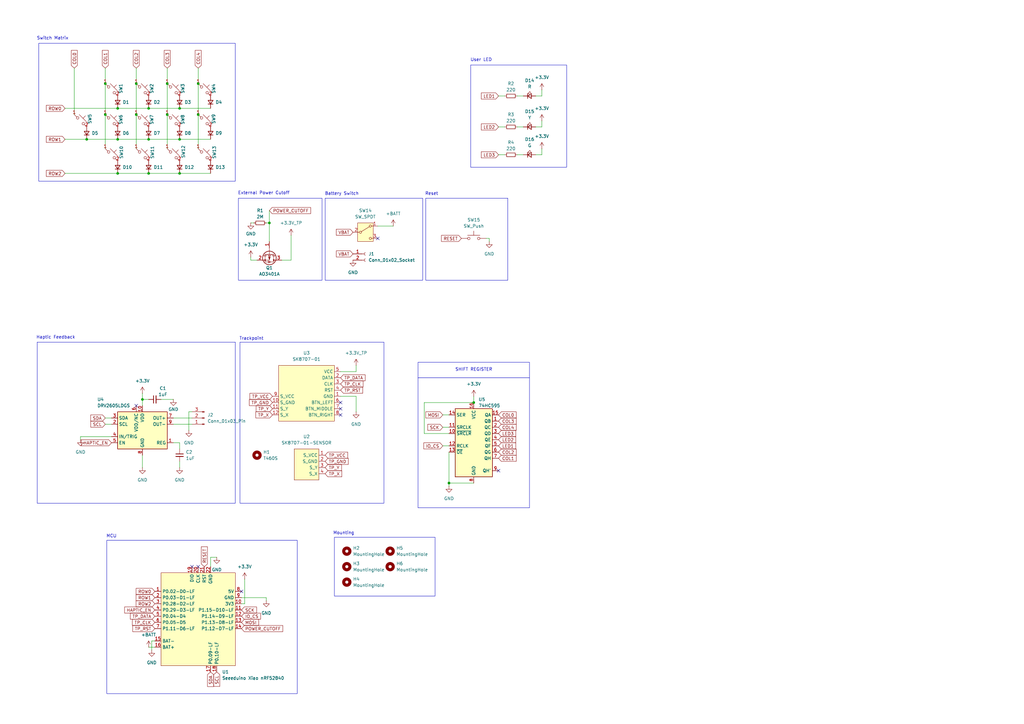
<source format=kicad_sch>
(kicad_sch (version 20231120) (generator "eeschema") (generator_version "8.0")
  (paper "A3")
  (lib_symbols
    (symbol "74xx:74HC595"
      (property "Reference" "U" (at -7.62 13.97 0))
      (property "Value" "74HC595" (at -7.62 -16.51 0))
      (symbol "74HC595_1_0"
        (pin tri_state line (at 10.16 7.62 180) (length 2.54) (name "QB") (number "1"))
        (pin input line (at -10.16 2.54 0) (length 2.54) (name "~{SRCLR}") (number "10"))
        (pin input line (at -10.16 5.08 0) (length 2.54) (name "SRCLK") (number "11"))
        (pin input line (at -10.16 -2.54 0) (length 2.54) (name "RCLK") (number "12"))
        (pin input line (at -10.16 -5.08 0) (length 2.54) (name "~{OE}") (number "13"))
        (pin input line (at -10.16 10.16 0) (length 2.54) (name "SER") (number "14"))
        (pin tri_state line (at 10.16 10.16 180) (length 2.54) (name "QA") (number "15"))
        (pin power_in line (at 0 15.24 270) (length 2.54) (name "VCC") (number "16"))
        (pin tri_state line (at 10.16 5.08 180) (length 2.54) (name "QC") (number "2"))
        (pin tri_state line (at 10.16 2.54 180) (length 2.54) (name "QD") (number "3"))
        (pin tri_state line (at 10.16 0 180) (length 2.54) (name "QE") (number "4"))
        (pin tri_state line (at 10.16 -2.54 180) (length 2.54) (name "QF") (number "5"))
        (pin tri_state line (at 10.16 -5.08 180) (length 2.54) (name "QG") (number "6"))
        (pin tri_state line (at 10.16 -7.62 180) (length 2.54) (name "QH") (number "7"))
        (pin power_in line (at 0 -17.78 90) (length 2.54) (name "GND") (number "8"))
        (pin output line (at 10.16 -12.7 180) (length 2.54) (name "QH'") (number "9"))
      )
    )
    (symbol "Connector:Conn_01x02_Socket" (pin_names (offset 1.016) hide)
      (property "Reference" "J" (at 0 2.54 0))
      (property "Value" "Conn_01x02_Socket" (at 0 -5.08 0))
      (symbol "Conn_01x02_Socket_1_1"
        (pin passive line (at -5.08 0 0) (length 3.81) (name "Pin_1") (number "1"))
        (pin passive line (at -5.08 -2.54 0) (length 3.81) (name "Pin_2") (number "2"))
      )
    )
    (symbol "Connector:Conn_01x03_Pin" (pin_names (offset 1.016) hide)
      (property "Reference" "J" (at 0 5.08 0))
      (property "Value" "Conn_01x03_Pin" (at 0 -5.08 0))
      (symbol "Conn_01x03_Pin_1_1"
        (pin passive line (at 5.08 2.54 180) (length 3.81) (name "Pin_1") (number "1"))
        (pin passive line (at 5.08 0 180) (length 3.81) (name "Pin_2") (number "2"))
        (pin passive line (at 5.08 -2.54 180) (length 3.81) (name "Pin_3") (number "3"))
      )
    )
    (symbol "Device:C_Small" (pin_numbers hide) (pin_names (offset 0.254) hide)
      (property "Reference" "C" (at 0.254 1.778 0))
      (property "Value" "C_Small" (at 0.254 -2.032 0))
      (symbol "C_Small_1_1"
        (pin passive line (at 0 2.54 270) (length 2.032) (name "~") (number "1"))
        (pin passive line (at 0 -2.54 90) (length 2.032) (name "~") (number "2"))
      )
    )
    (symbol "Device:D_Small" (pin_numbers hide) (pin_names (offset 0.254) hide)
      (property "Reference" "D" (at -1.27 2.032 0))
      (property "Value" "D_Small" (at -3.81 -2.032 0))
      (symbol "D_Small_1_1"
        (pin passive line (at -2.54 0 0) (length 1.778) (name "K") (number "1"))
        (pin passive line (at 2.54 0 180) (length 1.778) (name "A") (number "2"))
      )
    )
    (symbol "Device:LED_Small" (pin_numbers hide) (pin_names (offset 0.254) hide)
      (property "Reference" "D" (at -1.27 3.175 0))
      (property "Value" "LED_Small" (at -4.445 -2.54 0))
      (symbol "LED_Small_1_1"
        (pin passive line (at -2.54 0 0) (length 1.778) (name "K") (number "1"))
        (pin passive line (at 2.54 0 180) (length 1.778) (name "A") (number "2"))
      )
    )
    (symbol "Device:R_Small" (pin_numbers hide) (pin_names (offset 0.254) hide)
      (property "Reference" "R" (at 0.762 0.508 0))
      (property "Value" "R_Small" (at 0.762 -1.016 0))
      (symbol "R_Small_1_1"
        (pin passive line (at 0 2.54 270) (length 0.762) (name "~") (number "1"))
        (pin passive line (at 0 -2.54 90) (length 0.762) (name "~") (number "2"))
      )
    )
    (symbol "Driver_Haptic:DRV2605LDGS"
      (property "Reference" "U" (at -10.16 8.255 0))
      (property "Value" "DRV2605LDGS" (at 2.54 -8.89 0))
      (symbol "DRV2605LDGS_1_1"
        (pin passive line (at 12.7 -5.08 180) (length 2.54) (name "REG") (number "1"))
        (pin power_in line (at 0 10.16 270) (length 2.54) (name "VDD") (number "10"))
        (pin input line (at -12.7 2.54 0) (length 2.54) (name "SCL") (number "2"))
        (pin bidirectional line (at -12.7 5.08 0) (length 2.54) (name "SDA") (number "3"))
        (pin input line (at -12.7 -2.54 0) (length 2.54) (name "IN/TRIG") (number "4"))
        (pin input line (at -12.7 -5.08 0) (length 2.54) (name "EN") (number "5"))
        (pin power_in line (at -2.54 10.16 270) (length 2.54) (name "VDD/NC") (number "6"))
        (pin output line (at 12.7 5.08 180) (length 2.54) (name "OUT+") (number "7"))
        (pin power_in line (at 0 -10.16 90) (length 2.54) (name "GND") (number "8"))
        (pin output line (at 12.7 2.54 180) (length 2.54) (name "OUT-") (number "9"))
      )
    )
    (symbol "Mechanical:MountingHole" (pin_names (offset 1.016)) (exclude_from_sim yes) (in_bom no)
      (property "Reference" "H" (at 0 5.08 0))
      (property "Value" "MountingHole" (at 0 3.175 0))
    )
    (symbol "SW_Push_45deg_1" (pin_names (offset 1.016) hide)
      (property "Reference" "SW" (at 3.048 1.016 0))
      (property "Value" "SW_Push_45deg" (at 0 -3.81 0))
      (symbol "SW_Push_45deg_1_0_1"
        (pin passive line (at -2.54 2.54 0) (length 0) (name "1") (number "1"))
        (pin passive line (at 2.54 -2.54 180) (length 0) (name "2") (number "2"))
      )
    )
    (symbol "SW_Push_45deg_10" (pin_names (offset 1.016) hide)
      (property "Reference" "SW" (at 3.048 1.016 0))
      (property "Value" "SW_Push_45deg" (at 0 -3.81 0))
      (symbol "SW_Push_45deg_10_0_1"
        (pin passive line (at -2.54 2.54 0) (length 0) (name "1") (number "1"))
        (pin passive line (at 2.54 -2.54 180) (length 0) (name "2") (number "2"))
      )
    )
    (symbol "SW_Push_45deg_11" (pin_names (offset 1.016) hide)
      (property "Reference" "SW" (at 3.048 1.016 0))
      (property "Value" "SW_Push_45deg" (at 0 -3.81 0))
      (symbol "SW_Push_45deg_11_0_1"
        (pin passive line (at -2.54 2.54 0) (length 0) (name "1") (number "1"))
        (pin passive line (at 2.54 -2.54 180) (length 0) (name "2") (number "2"))
      )
    )
    (symbol "SW_Push_45deg_12" (pin_names (offset 1.016) hide)
      (property "Reference" "SW" (at 3.048 1.016 0))
      (property "Value" "SW_Push_45deg" (at 0 -3.81 0))
      (symbol "SW_Push_45deg_12_0_1"
        (pin passive line (at -2.54 2.54 0) (length 0) (name "1") (number "1"))
        (pin passive line (at 2.54 -2.54 180) (length 0) (name "2") (number "2"))
      )
    )
    (symbol "SW_Push_45deg_2" (pin_names (offset 1.016) hide)
      (property "Reference" "SW" (at 3.048 1.016 0))
      (property "Value" "SW_Push_45deg" (at 0 -3.81 0))
      (symbol "SW_Push_45deg_2_0_1"
        (pin passive line (at -2.54 2.54 0) (length 0) (name "1") (number "1"))
        (pin passive line (at 2.54 -2.54 180) (length 0) (name "2") (number "2"))
      )
    )
    (symbol "SW_Push_45deg_3" (pin_names (offset 1.016) hide)
      (property "Reference" "SW" (at 3.048 1.016 0))
      (property "Value" "SW_Push_45deg" (at 0 -3.81 0))
      (symbol "SW_Push_45deg_3_0_1"
        (pin passive line (at -2.54 2.54 0) (length 0) (name "1") (number "1"))
        (pin passive line (at 2.54 -2.54 180) (length 0) (name "2") (number "2"))
      )
    )
    (symbol "SW_Push_45deg_4" (pin_names (offset 1.016) hide)
      (property "Reference" "SW" (at 3.048 1.016 0))
      (property "Value" "SW_Push_45deg" (at 0 -3.81 0))
      (symbol "SW_Push_45deg_4_0_1"
        (pin passive line (at -2.54 2.54 0) (length 0) (name "1") (number "1"))
        (pin passive line (at 2.54 -2.54 180) (length 0) (name "2") (number "2"))
      )
    )
    (symbol "SW_Push_45deg_5" (pin_names (offset 1.016) hide)
      (property "Reference" "SW" (at 3.048 1.016 0))
      (property "Value" "SW_Push_45deg" (at 0 -3.81 0))
      (symbol "SW_Push_45deg_5_0_1"
        (pin passive line (at -2.54 2.54 0) (length 0) (name "1") (number "1"))
        (pin passive line (at 2.54 -2.54 180) (length 0) (name "2") (number "2"))
      )
    )
    (symbol "SW_Push_45deg_6" (pin_names (offset 1.016) hide)
      (property "Reference" "SW" (at 3.048 1.016 0))
      (property "Value" "SW_Push_45deg" (at 0 -3.81 0))
      (symbol "SW_Push_45deg_6_0_1"
        (pin passive line (at -2.54 2.54 0) (length 0) (name "1") (number "1"))
        (pin passive line (at 2.54 -2.54 180) (length 0) (name "2") (number "2"))
      )
    )
    (symbol "SW_Push_45deg_7" (pin_names (offset 1.016) hide)
      (property "Reference" "SW" (at 3.048 1.016 0))
      (property "Value" "SW_Push_45deg" (at 0 -3.81 0))
      (symbol "SW_Push_45deg_7_0_1"
        (pin passive line (at -2.54 2.54 0) (length 0) (name "1") (number "1"))
        (pin passive line (at 2.54 -2.54 180) (length 0) (name "2") (number "2"))
      )
    )
    (symbol "SW_Push_45deg_8" (pin_names (offset 1.016) hide)
      (property "Reference" "SW" (at 3.048 1.016 0))
      (property "Value" "SW_Push_45deg" (at 0 -3.81 0))
      (symbol "SW_Push_45deg_8_0_1"
        (pin passive line (at -2.54 2.54 0) (length 0) (name "1") (number "1"))
        (pin passive line (at 2.54 -2.54 180) (length 0) (name "2") (number "2"))
      )
    )
    (symbol "SW_Push_45deg_9" (pin_names (offset 1.016) hide)
      (property "Reference" "SW" (at 3.048 1.016 0))
      (property "Value" "SW_Push_45deg" (at 0 -3.81 0))
      (symbol "SW_Push_45deg_9_0_1"
        (pin passive line (at -2.54 2.54 0) (length 0) (name "1") (number "1"))
        (pin passive line (at 2.54 -2.54 180) (length 0) (name "2") (number "2"))
      )
    )
    (symbol "Switch:SW_Push" (pin_numbers hide) (pin_names (offset 1.016) hide)
      (property "Reference" "SW" (at 1.27 2.54 0))
      (property "Value" "SW_Push" (at 0 -1.524 0))
      (symbol "SW_Push_0_1"
        (pin passive line (at -5.08 0 0) (length 2.54) (name "1") (number "1"))
        (pin passive line (at 5.08 0 180) (length 2.54) (name "2") (number "2"))
      )
    )
    (symbol "Switch:SW_Push_45deg" (pin_names (offset 1.016) hide)
      (property "Reference" "SW" (at 3.048 1.016 0))
      (property "Value" "SW_Push_45deg" (at 0 -3.81 0))
      (symbol "SW_Push_45deg_0_1"
        (pin passive line (at -2.54 2.54 0) (length 0) (name "1") (number "1"))
        (pin passive line (at 2.54 -2.54 180) (length 0) (name "2") (number "2"))
      )
    )
    (symbol "Switch:SW_SPDT" (pin_names (offset 0) hide)
      (property "Reference" "SW" (at 0 5.08 0))
      (property "Value" "SW_SPDT" (at 0 -5.08 0))
      (symbol "SW_SPDT_1_1"
        (pin passive line (at 5.08 2.54 180) (length 2.54) (name "A") (number "1"))
        (pin passive line (at -5.08 0 0) (length 2.54) (name "B") (number "2"))
        (pin passive line (at 5.08 -2.54 180) (length 2.54) (name "C") (number "3"))
      )
    )
    (symbol "Transistor_FET:AO3401A" (pin_names hide)
      (property "Reference" "Q" (at 5.08 1.905 0))
      (property "Value" "AO3401A" (at 5.08 0 0))
      (symbol "AO3401A_1_1"
        (pin input line (at -5.08 0 0) (length 2.54) (name "G") (number "1"))
        (pin passive line (at 2.54 -5.08 90) (length 2.54) (name "S") (number "2"))
        (pin passive line (at 2.54 5.08 270) (length 2.54) (name "D") (number "3"))
      )
    )
    (symbol "pipra:+3.3V_TP" (power) (pin_numbers hide) (pin_names (offset 0) hide)
      (property "Value" "+3.3V_TP" (at 0 3.556 0))
      (symbol "+3.3V_TP_1_1"
        (pin power_in line (at 0 0 90) (length 0) (name "~") (number "1"))
      )
    )
    (symbol "power:+3.3V" (power) (pin_numbers hide) (pin_names (offset 0) hide)
      (property "Value" "+3.3V" (at 0 3.556 0))
      (symbol "+3.3V_1_1"
        (pin power_in line (at 0 0 90) (length 0) (name "~") (number "1"))
      )
    )
    (symbol "power:+BATT" (power) (pin_numbers hide) (pin_names (offset 0) hide)
      (property "Value" "+BATT" (at 0 3.556 0))
      (symbol "+BATT_1_1"
        (pin power_in line (at 0 0 90) (length 0) (name "~") (number "1"))
      )
    )
    (symbol "power:GND" (power) (pin_numbers hide) (pin_names (offset 0) hide)
      (property "Value" "GND" (at 0 -3.81 0))
      (symbol "GND_1_1"
        (pin power_in line (at 0 0 270) (length 0) (name "~") (number "1"))
      )
    )
    (symbol "ssbb_parts:Seeeduino_Xiao_nRF52840" (in_bom no)
      (property "Reference" "U" (at -10.16 -12.7 0))
      (property "Value" "Seeeduino Xiao nRF52840" (at -10.16 -15.24 0))
      (symbol "Seeeduino_Xiao_nRF52840_1_0"
        (pin bidirectional line (at -17.78 13.97 0) (length 2.54) (name "P0.02-D0-LF") (number "1"))
        (pin power_out line (at 17.78 8.89 180) (length 2.54) (name "3V3") (number "10"))
        (pin bidirectional line (at 17.78 6.35 180) (length 2.54) (name "P1.15-D10-LF") (number "11"))
        (pin bidirectional line (at 17.78 3.81 180) (length 2.54) (name "P1.14-D9-LF") (number "12"))
        (pin bidirectional line (at 17.78 1.27 180) (length 2.54) (name "P1.13-D8-LF") (number "13"))
        (pin bidirectional line (at 17.78 -1.27 180) (length 2.54) (name "P1.12-D7-LF") (number "14"))
        (pin power_in line (at -17.78 -6.35 0) (length 2.54) (name "BAT-") (number "15"))
        (pin power_in line (at -17.78 -8.89 0) (length 2.54) (name "BAT+") (number "16"))
        (pin bidirectional line (at 5.08 -19.05 90) (length 2.54) (name "P0.09-LF") (number "17"))
        (pin bidirectional line (at 7.62 -19.05 90) (length 2.54) (name "P0.10-LF") (number "18"))
        (pin bidirectional line (at -2.54 24.13 270) (length 2.54) (name "DIO") (number "19"))
        (pin bidirectional line (at -17.78 11.43 0) (length 2.54) (name "P0.03-D1-LF") (number "2"))
        (pin bidirectional line (at 0 24.13 270) (length 2.54) (name "CLK") (number "20"))
        (pin bidirectional line (at 2.54 24.13 270) (length 2.54) (name "RST") (number "21"))
        (pin power_out line (at 5.08 24.13 270) (length 2.54) (name "GND") (number "22"))
        (pin bidirectional line (at -17.78 8.89 0) (length 2.54) (name "P0.28-D2-LF") (number "3"))
        (pin bidirectional line (at -17.78 6.35 0) (length 2.54) (name "P0.29-D3-LF") (number "4"))
        (pin bidirectional line (at -17.78 3.81 0) (length 2.54) (name "P0.04-D4") (number "5"))
        (pin bidirectional line (at -17.78 1.27 0) (length 2.54) (name "P0.05-D5") (number "6"))
        (pin bidirectional line (at -17.78 -1.27 0) (length 2.54) (name "P1.11-D6-LF") (number "7"))
        (pin power_out line (at 17.78 13.97 180) (length 2.54) (name "5V") (number "8"))
        (pin power_out line (at 17.78 11.43 180) (length 2.54) (name "GND") (number "9"))
      )
    )
    (symbol "ssbb_parts:TP_Sprintek_SK8707-01_Sensor"
      (property "Reference" "U2" (at 0 11.43 0))
      (property "Value" "TP_Sprintek_SK8707-01_Sensor" (at 0 8.89 0))
      (symbol "TP_Sprintek_SK8707-01_Sensor_1_1"
        (pin bidirectional line (at 7.62 3.81 180) (length 2.54) (name "S_VCC") (number "1"))
        (pin bidirectional line (at 7.62 1.27 180) (length 2.54) (name "S_GND") (number "2"))
        (pin bidirectional line (at 7.62 -1.27 180) (length 2.54) (name "S_Y") (number "3"))
        (pin bidirectional line (at 7.62 -3.81 180) (length 2.54) (name "S_X") (number "4"))
      )
    )
    (symbol "ssbb_parts:TP_Sprintek_SK8707–01"
      (property "Reference" "U3" (at 0 16.51 0))
      (property "Value" "SK8707-01" (at 0 13.97 0))
      (symbol "TP_Sprintek_SK8707–01_1_1"
        (pin power_in line (at 13.97 -1.27 180) (length 2.54) (name "GND") (number "1"))
        (pin bidirectional line (at -13.97 -3.81 0) (length 2.54) (name "S_GND") (number "10"))
        (pin bidirectional line (at -13.97 -6.35 0) (length 2.54) (name "S_Y") (number "11"))
        (pin bidirectional line (at -13.97 -8.89 0) (length 2.54) (name "S_X") (number "12"))
        (pin bidirectional line (at 13.97 6.35 180) (length 2.54) (name "DATA") (number "2"))
        (pin bidirectional line (at 13.97 3.81 180) (length 2.54) (name "CLK") (number "3"))
        (pin input line (at 13.97 1.27 180) (length 2.54) (name "RST") (number "4"))
        (pin power_in line (at 13.97 8.89 180) (length 2.54) (name "VCC") (number "5"))
        (pin bidirectional line (at 13.97 -3.81 180) (length 2.54) (name "BTN_LEFT") (number "6"))
        (pin bidirectional line (at 13.97 -6.35 180) (length 2.54) (name "BTN_MIDDLE") (number "7"))
        (pin bidirectional line (at 13.97 -8.89 180) (length 2.54) (name "BTN_RIGHT") (number "8"))
        (pin bidirectional line (at -13.97 -1.27 0) (length 2.54) (name "S_VCC") (number "9"))
      )
    )
  )
  (junction (at 55.88 46.99))
  (junction (at 73.66 57.15))
  (junction (at 43.18 34.29))
  (junction (at 60.96 57.15))
  (junction (at 58.42 163.83))
  (junction (at 48.26 57.15))
  (junction (at 35.56 57.15))
  (junction (at 184.15 198.12))
  (junction (at 68.58 34.29))
  (junction (at 60.96 71.12))
  (junction (at 81.28 34.29))
  (junction (at 60.96 44.45))
  (junction (at 81.28 46.99))
  (junction (at 48.26 71.12))
  (junction (at 73.66 71.12))
  (junction (at 73.66 44.45))
  (junction (at 194.31 165.1))
  (junction (at 68.58 46.99))
  (junction (at 43.18 46.99))
  (junction (at 110.49 91.44))
  (junction (at 55.88 34.29))
  (junction (at 48.26 44.45))
  (no_connect (at 55.88 166.37))
  (no_connect (at 139.7 167.64))
  (no_connect (at 139.7 165.1))
  (no_connect (at 99.06 242.57))
  (no_connect (at 154.94 97.79))
  (no_connect (at 81.28 232.41))
  (no_connect (at 78.74 232.41))
  (no_connect (at 204.47 193.04))
  (no_connect (at 139.7 170.18))
  (wire (pts (xy 146.05 162.56) (xy 146.05 168.91)))
  (wire (pts (xy 60.96 71.12) (xy 73.66 71.12)))
  (wire (pts (xy 68.58 46.99) (xy 68.58 60.96)))
  (wire (pts (xy 139.7 152.4) (xy 146.05 152.4)))
  (wire (pts (xy 35.56 57.15) (xy 48.26 57.15)))
  (wire (pts (xy 43.18 173.99) (xy 45.72 173.99)))
  (wire (pts (xy 214.63 63.5) (xy 212.09 63.5)))
  (wire (pts (xy 48.26 71.12) (xy 60.96 71.12)))
  (wire (pts (xy 81.28 46.99) (xy 81.28 60.96)))
  (wire (pts (xy 184.15 185.42) (xy 184.15 198.12)))
  (wire (pts (xy 43.18 34.29) (xy 43.18 46.99)))
  (wire (pts (xy 199.39 97.79) (xy 200.66 97.79)))
  (wire (pts (xy 115.57 106.68) (xy 119.38 106.68)))
  (wire (pts (xy 173.99 177.8) (xy 173.99 165.1)))
  (wire (pts (xy 184.15 177.8) (xy 173.99 177.8)))
  (wire (pts (xy 71.12 181.61) (xy 73.66 181.61)))
  (wire (pts (xy 204.47 63.5) (xy 207.01 63.5)))
  (wire (pts (xy 73.66 44.45) (xy 86.36 44.45)))
  (wire (pts (xy 219.71 39.37) (xy 222.25 39.37)))
  (wire (pts (xy 73.66 57.15) (xy 86.36 57.15)))
  (wire (pts (xy 181.61 175.26) (xy 184.15 175.26)))
  (wire (pts (xy 58.42 186.69) (xy 58.42 191.77)))
  (wire (pts (xy 60.96 44.45) (xy 73.66 44.45)))
  (wire (pts (xy 102.87 105.41) (xy 102.87 106.68)))
  (wire (pts (xy 222.25 49.53) (xy 222.25 52.07)))
  (wire (pts (xy 81.28 27.94) (xy 81.28 34.29)))
  (wire (pts (xy 71.12 171.45) (xy 78.74 171.45)))
  (wire (pts (xy 222.25 60.96) (xy 222.25 63.5)))
  (wire (pts (xy 204.47 52.07) (xy 207.01 52.07)))
  (wire (pts (xy 62.23 262.89) (xy 62.23 266.7)))
  (wire (pts (xy 26.67 57.15) (xy 35.56 57.15)))
  (wire (pts (xy 71.12 173.99) (xy 78.74 173.99)))
  (wire (pts (xy 60.96 265.43) (xy 63.5 265.43)))
  (wire (pts (xy 109.22 91.44) (xy 110.49 91.44)))
  (wire (pts (xy 26.67 44.45) (xy 48.26 44.45)))
  (wire (pts (xy 78.74 168.91) (xy 77.47 168.91)))
  (wire (pts (xy 184.15 198.12) (xy 194.31 198.12)))
  (wire (pts (xy 58.42 161.29) (xy 58.42 163.83)))
  (wire (pts (xy 86.36 228.6) (xy 88.9 228.6)))
  (wire (pts (xy 146.05 149.86) (xy 146.05 152.4)))
  (wire (pts (xy 33.02 180.34) (xy 33.02 179.07)))
  (wire (pts (xy 181.61 170.18) (xy 184.15 170.18)))
  (wire (pts (xy 81.28 34.29) (xy 81.28 46.99)))
  (wire (pts (xy 100.33 237.49) (xy 100.33 247.65)))
  (wire (pts (xy 139.7 162.56) (xy 146.05 162.56)))
  (wire (pts (xy 43.18 27.94) (xy 43.18 34.29)))
  (wire (pts (xy 154.94 92.71) (xy 161.29 92.71)))
  (wire (pts (xy 200.66 97.79) (xy 200.66 99.06)))
  (wire (pts (xy 55.88 34.29) (xy 55.88 46.99)))
  (wire (pts (xy 222.25 36.83) (xy 222.25 39.37)))
  (wire (pts (xy 86.36 228.6) (xy 86.36 232.41)))
  (wire (pts (xy 73.66 191.77) (xy 73.66 189.23)))
  (wire (pts (xy 58.42 163.83) (xy 60.96 163.83)))
  (wire (pts (xy 68.58 27.94) (xy 68.58 34.29)))
  (wire (pts (xy 62.23 262.89) (xy 63.5 262.89)))
  (wire (pts (xy 73.66 181.61) (xy 73.66 184.15)))
  (wire (pts (xy 60.96 57.15) (xy 73.66 57.15)))
  (wire (pts (xy 109.22 245.11) (xy 109.22 246.38)))
  (wire (pts (xy 110.49 91.44) (xy 110.49 99.06)))
  (wire (pts (xy 33.02 179.07) (xy 45.72 179.07)))
  (wire (pts (xy 66.04 163.83) (xy 71.12 163.83)))
  (wire (pts (xy 181.61 182.88) (xy 184.15 182.88)))
  (wire (pts (xy 55.88 46.99) (xy 55.88 60.96)))
  (wire (pts (xy 55.88 27.94) (xy 55.88 34.29)))
  (wire (pts (xy 58.42 163.83) (xy 58.42 166.37)))
  (wire (pts (xy 214.63 39.37) (xy 212.09 39.37)))
  (wire (pts (xy 173.99 165.1) (xy 194.31 165.1)))
  (wire (pts (xy 102.87 106.68) (xy 105.41 106.68)))
  (wire (pts (xy 43.18 46.99) (xy 43.18 60.96)))
  (wire (pts (xy 48.26 57.15) (xy 60.96 57.15)))
  (wire (pts (xy 194.31 162.56) (xy 194.31 165.1)))
  (wire (pts (xy 102.87 91.44) (xy 104.14 91.44)))
  (wire (pts (xy 48.26 44.45) (xy 60.96 44.45)))
  (wire (pts (xy 99.06 247.65) (xy 100.33 247.65)))
  (wire (pts (xy 99.06 245.11) (xy 109.22 245.11)))
  (wire (pts (xy 219.71 63.5) (xy 222.25 63.5)))
  (wire (pts (xy 119.38 96.52) (xy 119.38 106.68)))
  (wire (pts (xy 73.66 71.12) (xy 86.36 71.12)))
  (wire (pts (xy 77.47 168.91) (xy 77.47 176.53)))
  (wire (pts (xy 204.47 39.37) (xy 207.01 39.37)))
  (wire (pts (xy 184.15 199.39) (xy 184.15 198.12)))
  (wire (pts (xy 219.71 52.07) (xy 222.25 52.07)))
  (wire (pts (xy 26.67 71.12) (xy 48.26 71.12)))
  (wire (pts (xy 214.63 52.07) (xy 212.09 52.07)))
  (wire (pts (xy 68.58 34.29) (xy 68.58 46.99)))
  (wire (pts (xy 30.48 27.94) (xy 30.48 46.99)))
  (wire (pts (xy 110.49 86.36) (xy 110.49 91.44)))
  (wire (pts (xy 43.18 171.45) (xy 45.72 171.45)))
  (rectangle (start 98.425 140.335) (end 157.48 206.375))
  (rectangle (start 97.79 81.28) (end 132.08 114.935))
  (rectangle (start 171.45 148.59) (end 217.17 208.28))
  (rectangle (start 137.16 220.345) (end 178.435 244.475))
  (rectangle (start 43.815 221.615) (end 121.92 284.48))
  (rectangle (start 133.35 81.28) (end 173.355 114.935))
  (rectangle (start 15.24 140.335) (end 96.52 206.375))
  (rectangle (start 15.875 17.78) (end 96.52 74.295))
  (rectangle (start 193.04 26.67) (end 232.41 68.58))
  (rectangle (start 174.625 81.28) (end 208.28 114.935))
  (rectangle (start 171.45 154.94) (end 217.17 154.94))
  (text "Trackpoint" (at 103.124 138.938 0) (effects (font (size 1.27 1.27))))
  (text "Battery Switch" (at 140.208 79.502 0) (effects (font (size 1.27 1.27))))
  (text "Haptic Feedback" (at 22.86 138.43 0) (effects (font (size 1.27 1.27))))
  (text "Reset" (at 177.038 79.502 0) (effects (font (size 1.27 1.27))))
  (text "SHIFT REGISTER" (at 186.69 152.4 0) (effects (font (size 1.27 1.27)) (justify left bottom)))
  (text "MCU" (at 45.72 219.964 0) (effects (font (size 1.27 1.27))))
  (text "Switch Matrix" (at 21.59 15.748 0) (effects (font (size 1.27 1.27))))
  (text "User LED" (at 197.358 24.638 0) (effects (font (size 1.27 1.27))))
  (text "Mounting" (at 140.97 218.694 0) (effects (font (size 1.27 1.27))))
  (text "External Power Cutoff" (at 108.204 79.248 0) (effects (font (size 1.27 1.27))))
  (global_label "COL3" (shape input) (at 204.47 172.72 0) (property "Intersheetrefs" "${INTERSHEET_REFS}" (effects (hide yes))))
  (global_label "LED2" (shape input) (at 204.47 180.34 0) (property "Intersheetrefs" "${INTERSHEET_REFS}" (effects (hide yes))))
  (global_label "TP_RST" (shape input) (at 139.7 160.02 0) (property "Intersheetrefs" "${INTERSHEET_REFS}" (effects (hide yes))))
  (global_label "TP_Y" (shape input) (at 133.35 191.77 0) (property "Intersheetrefs" "${INTERSHEET_REFS}" (effects (hide yes))))
  (global_label "IO_CS" (shape input) (at 181.61 182.88 180) (property "Intersheetrefs" "${INTERSHEET_REFS}" (effects (hide yes))))
  (global_label "TP_GND" (shape input) (at 111.76 165.1 180) (property "Intersheetrefs" "${INTERSHEET_REFS}" (effects (hide yes))))
  (global_label "TP_DATA" (shape input) (at 139.7 154.94 0) (property "Intersheetrefs" "${INTERSHEET_REFS}" (effects (hide yes))))
  (global_label "SCK" (shape input) (at 99.06 250.19 0) (property "Intersheetrefs" "${INTERSHEET_REFS}" (effects (hide yes))))
  (global_label "RESET" (shape input) (at 189.23 97.79 180) (property "Intersheetrefs" "${INTERSHEET_REFS}" (effects (hide yes))))
  (global_label "VBAT" (shape input) (at 144.78 104.14 180) (property "Intersheetrefs" "${INTERSHEET_REFS}" (effects (hide yes))))
  (global_label "ROW1" (shape input) (at 63.5 245.11 180) (property "Intersheetrefs" "${INTERSHEET_REFS}" (effects (hide yes))))
  (global_label "TP_CLK" (shape input) (at 63.5 255.27 180) (property "Intersheetrefs" "${INTERSHEET_REFS}" (effects (hide yes))))
  (global_label "COL2" (shape input) (at 204.47 185.42 0) (property "Intersheetrefs" "${INTERSHEET_REFS}" (effects (hide yes))))
  (global_label "SDA" (shape input) (at 86.36 275.59 270) (property "Intersheetrefs" "${INTERSHEET_REFS}" (effects (hide yes))))
  (global_label "SCL" (shape input) (at 43.18 173.99 180) (property "Intersheetrefs" "${INTERSHEET_REFS}" (effects (hide yes))))
  (global_label "COL1" (shape input) (at 204.47 187.96 0) (property "Intersheetrefs" "${INTERSHEET_REFS}" (effects (hide yes))))
  (global_label "COL2" (shape input) (at 55.88 27.94 90) (property "Intersheetrefs" "${INTERSHEET_REFS}" (effects (hide yes))))
  (global_label "ROW0" (shape input) (at 63.5 242.57 180) (property "Intersheetrefs" "${INTERSHEET_REFS}" (effects (hide yes))))
  (global_label "ROW2" (shape input) (at 26.67 71.12 180) (property "Intersheetrefs" "${INTERSHEET_REFS}" (effects (hide yes))))
  (global_label "LED3" (shape input) (at 204.47 63.5 180) (property "Intersheetrefs" "${INTERSHEET_REFS}" (effects (hide yes))))
  (global_label "HAPTIC_EN" (shape input) (at 45.72 181.61 180) (property "Intersheetrefs" "${INTERSHEET_REFS}" (effects (hide yes))))
  (global_label "TP_X" (shape input) (at 133.35 194.31 0) (property "Intersheetrefs" "${INTERSHEET_REFS}" (effects (hide yes))))
  (global_label "TP_X" (shape input) (at 111.76 170.18 180) (property "Intersheetrefs" "${INTERSHEET_REFS}" (effects (hide yes))))
  (global_label "SCL" (shape input) (at 88.9 275.59 270) (property "Intersheetrefs" "${INTERSHEET_REFS}" (effects (hide yes))))
  (global_label "RESET" (shape input) (at 83.82 232.41 90) (property "Intersheetrefs" "${INTERSHEET_REFS}" (effects (hide yes))))
  (global_label "POWER_CUTOFF" (shape input) (at 110.49 86.36 0) (property "Intersheetrefs" "${INTERSHEET_REFS}" (effects (hide yes))))
  (global_label "COL4" (shape input) (at 204.47 175.26 0) (property "Intersheetrefs" "${INTERSHEET_REFS}" (effects (hide yes))))
  (global_label "LED3" (shape input) (at 204.47 177.8 0) (property "Intersheetrefs" "${INTERSHEET_REFS}" (effects (hide yes))))
  (global_label "MOSI" (shape input) (at 99.06 255.27 0) (property "Intersheetrefs" "${INTERSHEET_REFS}" (effects (hide yes))))
  (global_label "HAPTIC_EN" (shape input) (at 63.5 250.19 180) (property "Intersheetrefs" "${INTERSHEET_REFS}" (effects (hide yes))))
  (global_label "ROW0" (shape input) (at 26.67 44.45 180) (property "Intersheetrefs" "${INTERSHEET_REFS}" (effects (hide yes))))
  (global_label "TP_VCC" (shape input) (at 111.76 162.56 180) (property "Intersheetrefs" "${INTERSHEET_REFS}" (effects (hide yes))))
  (global_label "MOSI" (shape input) (at 181.61 170.18 180) (property "Intersheetrefs" "${INTERSHEET_REFS}" (effects (hide yes))))
  (global_label "POWER_CUTOFF" (shape input) (at 99.06 257.81 0) (property "Intersheetrefs" "${INTERSHEET_REFS}" (effects (hide yes))))
  (global_label "TP_RST" (shape input) (at 63.5 257.81 180) (property "Intersheetrefs" "${INTERSHEET_REFS}" (effects (hide yes))))
  (global_label "COL4" (shape input) (at 81.28 27.94 90) (property "Intersheetrefs" "${INTERSHEET_REFS}" (effects (hide yes))))
  (global_label "TP_CLK" (shape input) (at 139.7 157.48 0) (property "Intersheetrefs" "${INTERSHEET_REFS}" (effects (hide yes))))
  (global_label "TP_VCC" (shape input) (at 133.35 186.69 0) (property "Intersheetrefs" "${INTERSHEET_REFS}" (effects (hide yes))))
  (global_label "ROW2" (shape input) (at 63.5 247.65 180) (property "Intersheetrefs" "${INTERSHEET_REFS}" (effects (hide yes))))
  (global_label "COL3" (shape input) (at 68.58 27.94 90) (property "Intersheetrefs" "${INTERSHEET_REFS}" (effects (hide yes))))
  (global_label "SDA" (shape input) (at 43.18 171.45 180) (property "Intersheetrefs" "${INTERSHEET_REFS}" (effects (hide yes))))
  (global_label "VBAT" (shape input) (at 144.78 95.25 180) (property "Intersheetrefs" "${INTERSHEET_REFS}" (effects (hide yes))))
  (global_label "TP_GND" (shape input) (at 133.35 189.23 0) (property "Intersheetrefs" "${INTERSHEET_REFS}" (effects (hide yes))))
  (global_label "LED1" (shape input) (at 204.47 39.37 180) (property "Intersheetrefs" "${INTERSHEET_REFS}" (effects (hide yes))))
  (global_label "ROW1" (shape input) (at 26.67 57.15 180) (property "Intersheetrefs" "${INTERSHEET_REFS}" (effects (hide yes))))
  (global_label "LED1" (shape input) (at 204.47 182.88 0) (property "Intersheetrefs" "${INTERSHEET_REFS}" (effects (hide yes))))
  (global_label "COL0" (shape input) (at 30.48 27.94 90) (property "Intersheetrefs" "${INTERSHEET_REFS}" (effects (hide yes))))
  (global_label "LED2" (shape input) (at 204.47 52.07 180) (property "Intersheetrefs" "${INTERSHEET_REFS}" (effects (hide yes))))
  (global_label "SCK" (shape input) (at 181.61 175.26 180) (property "Intersheetrefs" "${INTERSHEET_REFS}" (effects (hide yes))))
  (global_label "COL1" (shape input) (at 43.18 27.94 90) (property "Intersheetrefs" "${INTERSHEET_REFS}" (effects (hide yes))))
  (global_label "IO_CS" (shape input) (at 99.06 252.73 0) (property "Intersheetrefs" "${INTERSHEET_REFS}" (effects (hide yes))))
  (global_label "COL0" (shape input) (at 204.47 170.18 0) (property "Intersheetrefs" "${INTERSHEET_REFS}" (effects (hide yes))))
  (global_label "TP_Y" (shape input) (at 111.76 167.64 180) (property "Intersheetrefs" "${INTERSHEET_REFS}" (effects (hide yes))))
  (global_label "TP_DATA" (shape input) (at 63.5 252.73 180) (property "Intersheetrefs" "${INTERSHEET_REFS}" (effects (hide yes))))
  (symbol (lib_id "Device:D_Small") (at 73.66 54.61 90) (unit 1)
    (property "Reference" "D8" (at 75.692 54.61 90) (effects (justify right)))
    (property "Value" "D_Small" (effects (hide yes)))
    (property "Footprint" "pipra:D_1206_3216Metric_reversible" (effects (hide yes)))
    (property "Description" "Diode, small symbol" (effects (hide yes)))
    (property "Sim.Device" "D" (effects (hide yes)))
    (property "Sim.Pins" "1=K 2=A" (effects (hide yes)))
  )
  (symbol (lib_id "power:+BATT") (at 161.29 92.71 0) (unit 1)
    (property "Reference" "#PWR018" (effects (hide yes)))
    (property "Value" "+BATT" (at 161.29 87.63 0))
    (property "Description" "Power symbol creates a global label with name \"+BATT\"" (effects (hide yes)))
  )
  (symbol (lib_id "power:GND") (at 184.15 199.39 0) (unit 1)
    (property "Reference" "#PWR024" (effects (hide yes)))
    (property "Value" "GND" (at 184.15 204.47 0))
    (property "Description" "Power symbol creates a global label with name \"GND\" , ground" (effects (hide yes)))
  )
  (symbol (lib_id "power:+3.3V") (at 222.25 49.53 0) (unit 1)
    (property "Reference" "#PWR028" (effects (hide yes)))
    (property "Value" "+3.3V" (at 222.25 44.45 0))
    (property "Description" "Power symbol creates a global label with name \"+3.3V\"" (effects (hide yes)))
  )
  (symbol (lib_id "Device:D_Small") (at 35.56 54.61 90) (unit 1)
    (property "Reference" "D5" (at 37.592 54.61 90) (effects (justify right)))
    (property "Value" "D_Small" (effects (hide yes)))
    (property "Footprint" "pipra:D_1206_3216Metric_reversible" (effects (hide yes)))
    (property "Description" "Diode, small symbol" (effects (hide yes)))
    (property "Sim.Device" "D" (effects (hide yes)))
    (property "Sim.Pins" "1=K 2=A" (effects (hide yes)))
  )
  (symbol (lib_id "power:GND") (at 88.9 228.6 0) (unit 1)
    (property "Reference" "#PWR01" (effects (hide yes)))
    (property "Value" "GND" (at 88.9 233.68 0))
    (property "Description" "Power symbol creates a global label with name \"GND\" , ground" (effects (hide yes)))
  )
  (symbol (lib_id "Device:D_Small") (at 86.36 54.61 90) (unit 1)
    (property "Reference" "D9" (at 88.392 54.61 90) (effects (justify right)))
    (property "Value" "D_Small" (effects (hide yes)))
    (property "Footprint" "pipra:D_1206_3216Metric_reversible" (effects (hide yes)))
    (property "Description" "Diode, small symbol" (effects (hide yes)))
    (property "Sim.Device" "D" (effects (hide yes)))
    (property "Sim.Pins" "1=K 2=A" (effects (hide yes)))
  )
  (symbol (lib_id "Device:D_Small") (at 86.36 68.58 90) (unit 1)
    (property "Reference" "D13" (at 88.392 68.58 90) (effects (justify right)))
    (property "Value" "D_Small" (effects (hide yes)))
    (property "Footprint" "pipra:D_1206_3216Metric_reversible" (effects (hide yes)))
    (property "Description" "Diode, small symbol" (effects (hide yes)))
    (property "Sim.Device" "D" (effects (hide yes)))
    (property "Sim.Pins" "1=K 2=A" (effects (hide yes)))
  )
  (symbol (lib_name "SW_Push_45deg_4") (lib_id "Switch:SW_Push_45deg") (at 45.72 63.5 0) (unit 1)
    (property "Reference" "SW10" (at 49.784 62.484 90))
    (property "Value" "SW_Push_45deg" (effects (hide yes)))
    (property "Footprint" "pipra:SW_Choc_Mini_reversible_1u" (effects (hide yes)))
    (property "Description" "Push button switch, normally open, two pins, 45° tilted" (effects (hide yes)))
  )
  (symbol (lib_id "Device:D_Small") (at 48.26 41.91 90) (unit 1)
    (property "Reference" "D1" (at 50.292 41.91 90) (effects (justify right)))
    (property "Value" "D_Small" (effects (hide yes)))
    (property "Footprint" "pipra:D_1206_3216Metric_reversible" (effects (hide yes)))
    (property "Description" "Diode, small symbol" (effects (hide yes)))
    (property "Sim.Device" "D" (effects (hide yes)))
    (property "Sim.Pins" "1=K 2=A" (effects (hide yes)))
  )
  (symbol (lib_id "Switch:SW_Push") (at 194.31 97.79 0) (unit 1)
    (property "Reference" "SW15" (at 194.31 90.17 0))
    (property "Value" "SW_Push" (at 194.31 92.71 0))
    (property "Footprint" "pipra:Panasonic_EVQPUL_EVQPUC_reversible" (effects (hide yes)))
    (property "Description" "Push button switch, generic, two pins" (effects (hide yes)))
  )
  (symbol (lib_name "SW_Push_45deg_10") (lib_id "Switch:SW_Push_45deg") (at 71.12 63.5 0) (unit 1)
    (property "Reference" "SW12" (at 75.184 62.23 90))
    (property "Value" "SW_Push_45deg" (effects (hide yes)))
    (property "Footprint" "pipra:SW_Choc_Mini_reversible_1u" (effects (hide yes)))
    (property "Description" "Push button switch, normally open, two pins, 45° tilted" (effects (hide yes)))
  )
  (symbol (lib_id "Connector:Conn_01x02_Socket") (at 149.86 104.14 0) (unit 1)
    (property "Reference" "J1" (at 151.13 104.1399 0) (effects (justify left)))
    (property "Value" "Conn_01x02_Socket" (at 151.13 106.6799 0) (effects (justify left)))
    (property "Footprint" "pipra:Molex_Pico-EZmate_78171-0002_1x02-1MP_P1.20mm_Vertical_reversible" (effects (hide yes)))
    (property "Description" "Generic connector, single row, 01x02, script generated" (effects (hide yes)))
  )
  (symbol (lib_id "pipra:+3.3V_TP") (at 146.05 149.86 0) (unit 1)
    (property "Reference" "#PWR06" (effects (hide yes)))
    (property "Value" "+3.3V_TP" (at 146.05 144.78 0))
    (property "Description" "Power symbol creates a global label with name \"+3.3V_TP\"" (effects (hide yes)))
  )
  (symbol (lib_id "power:GND") (at 200.66 99.06 0) (unit 1)
    (property "Reference" "#PWR07" (effects (hide yes)))
    (property "Value" "GND" (at 200.66 104.14 0))
    (property "Description" "Power symbol creates a global label with name \"GND\" , ground" (effects (hide yes)))
  )
  (symbol (lib_id "Mechanical:MountingHole") (at 160.02 232.41 0) (unit 1) (exclude_from_sim yes) (in_bom no)
    (property "Reference" "H6" (at 162.56 231.14 0) (effects (justify left)))
    (property "Value" "MountingHole" (at 162.56 233.68 0) (effects (justify left)))
    (property "Footprint" "pipra:MountingHole_20" (effects (hide yes)))
    (property "Description" "Mounting Hole without connection" (effects (hide yes)))
  )
  (symbol (lib_name "SW_Push_45deg_12") (lib_id "Switch:SW_Push_45deg") (at 71.12 36.83 0) (unit 1)
    (property "Reference" "SW3" (at 74.93 36.322 90))
    (property "Value" "SW_Push_45deg" (effects (hide yes)))
    (property "Footprint" "pipra:SW_Choc_Mini_reversible_1u" (effects (hide yes)))
    (property "Description" "Push button switch, normally open, two pins, 45° tilted" (effects (hide yes)))
  )
  (symbol (lib_id "power:GND") (at 146.05 168.91 0) (unit 1)
    (property "Reference" "#PWR015" (effects (hide yes)))
    (property "Value" "GND" (at 146.05 173.99 0))
    (property "Description" "Power symbol creates a global label with name \"GND\" , ground" (effects (hide yes)))
  )
  (symbol (lib_id "Device:D_Small") (at 73.66 68.58 90) (unit 1)
    (property "Reference" "D12" (at 75.692 68.58 90) (effects (justify right)))
    (property "Value" "D_Small" (effects (hide yes)))
    (property "Footprint" "pipra:D_1206_3216Metric_reversible" (effects (hide yes)))
    (property "Description" "Diode, small symbol" (effects (hide yes)))
    (property "Sim.Device" "D" (effects (hide yes)))
    (property "Sim.Pins" "1=K 2=A" (effects (hide yes)))
  )
  (symbol (lib_id "ssbb_parts:Seeeduino_Xiao_nRF52840") (at 81.28 256.54 0) (unit 1) (in_bom no)
    (property "Reference" "U1" (at 91.0941 275.59 0) (effects (justify left)))
    (property "Value" "Seeeduino Xiao nRF52840" (at 91.0941 278.13 0) (effects (justify left)))
    (property "Footprint" "pipra:Seed_Studio_XIAO_nRF52840_reversible" (effects (hide yes)))
    (property "Description" "Symbol for a Seeeduino Xiao nRF52840" (effects (hide yes)))
  )
  (symbol (lib_id "Device:D_Small") (at 48.26 68.58 90) (unit 1)
    (property "Reference" "D10" (at 50.292 68.58 90) (effects (justify right)))
    (property "Value" "D_Small" (effects (hide yes)))
    (property "Footprint" "pipra:D_1206_3216Metric_reversible" (effects (hide yes)))
    (property "Description" "Diode, small symbol" (effects (hide yes)))
    (property "Sim.Device" "D" (effects (hide yes)))
    (property "Sim.Pins" "1=K 2=A" (effects (hide yes)))
  )
  (symbol (lib_id "Driver_Haptic:DRV2605LDGS") (at 58.42 176.53 0) (unit 1)
    (property "Reference" "U4" (at 39.878 163.83 0) (effects (justify left)))
    (property "Value" "DRV2605LDGS" (at 39.878 166.37 0) (effects (justify left)))
    (property "Footprint" "pipra:VSSOP-10_3x3mm_P0.5mm_reversible" (effects (hide yes)))
    (property "Datasheet" "http://www.ti.com/lit/ds/symlink/drv2605l.pdf" (effects (hide yes)))
    (property "Description" "Haptic driver for LRAs and ERMs with effect library, 2-5.2V, VSSOP-10" (effects (hide yes)))
  )
  (symbol (lib_name "SW_Push_45deg_2") (lib_id "Switch:SW_Push_45deg") (at 45.72 36.83 0) (unit 1)
    (property "Reference" "SW1" (at 49.53 36.322 90))
    (property "Value" "SW_Push_45deg" (effects (hide yes)))
    (property "Footprint" "pipra:SW_Choc_Mini_reversible_1u" (effects (hide yes)))
    (property "Description" "Push button switch, normally open, two pins, 45° tilted" (effects (hide yes)))
  )
  (symbol (lib_id "Device:D_Small") (at 60.96 41.91 90) (unit 1)
    (property "Reference" "D2" (at 62.992 41.91 90) (effects (justify right)))
    (property "Value" "D_Small" (effects (hide yes)))
    (property "Footprint" "pipra:D_1206_3216Metric_reversible" (effects (hide yes)))
    (property "Description" "Diode, small symbol" (effects (hide yes)))
    (property "Sim.Device" "D" (effects (hide yes)))
    (property "Sim.Pins" "1=K 2=A" (effects (hide yes)))
  )
  (symbol (lib_id "Device:D_Small") (at 60.96 54.61 90) (unit 1)
    (property "Reference" "D7" (at 62.992 54.61 90) (effects (justify right)))
    (property "Value" "D_Small" (effects (hide yes)))
    (property "Footprint" "pipra:D_1206_3216Metric_reversible" (effects (hide yes)))
    (property "Description" "Diode, small symbol" (effects (hide yes)))
    (property "Sim.Device" "D" (effects (hide yes)))
    (property "Sim.Pins" "1=K 2=A" (effects (hide yes)))
  )
  (symbol (lib_id "power:+3.3V") (at 58.42 161.29 0) (unit 1)
    (property "Reference" "#PWR016" (effects (hide yes)))
    (property "Value" "+3.3V" (at 58.42 156.21 0))
    (property "Description" "Power symbol creates a global label with name \"+3.3V\"" (effects (hide yes)))
  )
  (symbol (lib_id "power:GND") (at 71.12 163.83 0) (unit 1)
    (property "Reference" "#PWR014" (effects (hide yes)))
    (property "Value" "GND" (at 71.12 167.894 0))
    (property "Description" "Power symbol creates a global label with name \"GND\" , ground" (effects (hide yes)))
  )
  (symbol (lib_id "Device:D_Small") (at 86.36 41.91 90) (unit 1)
    (property "Reference" "D4" (at 88.392 41.91 90) (effects (justify right)))
    (property "Value" "D_Small" (effects (hide yes)))
    (property "Footprint" "pipra:D_1206_3216Metric_reversible" (effects (hide yes)))
    (property "Description" "Diode, small symbol" (effects (hide yes)))
    (property "Sim.Device" "D" (effects (hide yes)))
    (property "Sim.Pins" "1=K 2=A" (effects (hide yes)))
  )
  (symbol (lib_name "SW_Push_45deg_8") (lib_id "Switch:SW_Push_45deg") (at 45.72 49.53 0) (unit 1)
    (property "Reference" "SW6" (at 49.53 49.022 90))
    (property "Value" "SW_Push_45deg" (effects (hide yes)))
    (property "Footprint" "pipra:SW_Choc_Mini_reversible_1u" (effects (hide yes)))
    (property "Description" "Push button switch, normally open, two pins, 45° tilted" (effects (hide yes)))
  )
  (symbol (lib_name "SW_Push_45deg_9") (lib_id "Switch:SW_Push_45deg") (at 33.02 49.53 0) (unit 1)
    (property "Reference" "SW5" (at 36.83 48.768 90))
    (property "Value" "SW_Push_45deg" (effects (hide yes)))
    (property "Footprint" "pipra:SW_Choc_Mini_reversible_1u" (effects (hide yes)))
    (property "Description" "Push button switch, normally open, two pins, 45° tilted" (effects (hide yes)))
  )
  (symbol (lib_id "Mechanical:MountingHole") (at 160.02 226.06 0) (unit 1) (exclude_from_sim yes) (in_bom no)
    (property "Reference" "H5" (at 162.56 224.79 0) (effects (justify left)))
    (property "Value" "MountingHole" (at 162.56 227.33 0) (effects (justify left)))
    (property "Footprint" "pipra:MountingHole_20" (effects (hide yes)))
    (property "Description" "Mounting Hole without connection" (effects (hide yes)))
  )
  (symbol (lib_id "Device:R_Small") (at 209.55 39.37 90) (unit 1)
    (property "Reference" "R2" (at 209.55 34.29 90))
    (property "Value" "220" (at 209.55 36.83 90))
    (property "Footprint" "pipra:R_1206_3216Metric_reversible" (effects (hide yes)))
    (property "Description" "Resistor, small symbol" (effects (hide yes)))
  )
  (symbol (lib_name "SW_Push_45deg_5") (lib_id "Switch:SW_Push_45deg") (at 71.12 49.53 0) (unit 1)
    (property "Reference" "SW8" (at 74.93 49.022 90))
    (property "Value" "SW_Push_45deg" (effects (hide yes)))
    (property "Footprint" "pipra:SW_Choc_Mini_reversible_1u" (effects (hide yes)))
    (property "Description" "Push button switch, normally open, two pins, 45° tilted" (effects (hide yes)))
  )
  (symbol (lib_name "SW_Push_45deg_6") (lib_id "Switch:SW_Push_45deg") (at 58.42 49.53 0) (unit 1)
    (property "Reference" "SW7" (at 62.23 49.022 90))
    (property "Value" "SW_Push_45deg" (effects (hide yes)))
    (property "Footprint" "pipra:SW_Choc_Mini_reversible_1u" (effects (hide yes)))
    (property "Description" "Push button switch, normally open, two pins, 45° tilted" (effects (hide yes)))
  )
  (symbol (lib_id "Transistor_FET:AO3401A") (at 110.49 104.14 270) (unit 1)
    (property "Reference" "Q1" (at 110.49 109.855 90))
    (property "Value" "AO3401A" (at 110.49 112.395 90))
    (property "Footprint" "pipra:SOT-23_reversible" (effects (hide yes)))
    (property "Datasheet" "http://www.aosmd.com/pdfs/datasheet/AO3401A.pdf" (effects (hide yes)))
    (property "Description" "-4.0A Id, -30V Vds, P-Channel MOSFET, SOT-23" (effects (hide yes)))
    (property "LCSC Part Number" "C15127" (effects (hide yes)))
  )
  (symbol (lib_id "Device:LED_Small") (at 217.17 39.37 0) (unit 1)
    (property "Reference" "D14" (at 217.2335 33.02 0))
    (property "Value" "R" (at 217.2335 35.56 0))
    (property "Footprint" "LED_THT:LED_D3.0mm" (effects (hide yes)))
    (property "Description" "Light emitting diode, small symbol" (effects (hide yes)))
  )
  (symbol (lib_id "Device:C_Small") (at 63.5 163.83 90) (unit 1)
    (property "Reference" "C1" (at 66.802 159.258 90))
    (property "Value" "1uF" (at 66.802 161.798 90))
    (property "Footprint" "pipra:C_1206_3216Metric_reversible" (effects (hide yes)))
    (property "Description" "Unpolarized capacitor, small symbol" (effects (hide yes)))
  )
  (symbol (lib_name "SW_Push_45deg_3") (lib_id "Switch:SW_Push_45deg") (at 58.42 36.83 0) (unit 1)
    (property "Reference" "SW2" (at 62.23 36.322 90))
    (property "Value" "SW_Push_45deg" (effects (hide yes)))
    (property "Footprint" "pipra:SW_Choc_Mini_reversible_1u" (effects (hide yes)))
    (property "Description" "Push button switch, normally open, two pins, 45° tilted" (effects (hide yes)))
  )
  (symbol (lib_id "Mechanical:MountingHole") (at 142.24 232.41 0) (unit 1) (exclude_from_sim yes) (in_bom no)
    (property "Reference" "H3" (at 144.78 231.14 0) (effects (justify left)))
    (property "Value" "MountingHole" (at 144.78 233.68 0) (effects (justify left)))
    (property "Footprint" "pipra:MountingHole_20" (effects (hide yes)))
    (property "Description" "Mounting Hole without connection" (effects (hide yes)))
  )
  (symbol (lib_name "SW_Push_45deg_1") (lib_id "Switch:SW_Push_45deg") (at 83.82 49.53 0) (unit 1)
    (property "Reference" "SW9" (at 87.63 48.768 90))
    (property "Value" "SW_Push_45deg" (effects (hide yes)))
    (property "Footprint" "pipra:SW_Choc_Mini_reversible_1u" (effects (hide yes)))
    (property "Description" "Push button switch, normally open, two pins, 45° tilted" (effects (hide yes)))
  )
  (symbol (lib_id "ssbb_parts:TP_Sprintek_SK8707-01_Sensor") (at 125.73 190.5 0) (unit 1)
    (property "Reference" "U2" (at 125.73 179.07 0))
    (property "Value" "SK8707-01-SENSOR" (at 125.73 181.61 0))
    (property "Footprint" "pipra:TP_Sensor_Connector_reversible" (effects (hide yes)))
  )
  (symbol (lib_id "Device:D_Small") (at 73.66 41.91 90) (unit 1)
    (property "Reference" "D3" (at 75.692 41.91 90) (effects (justify right)))
    (property "Value" "D_Small" (effects (hide yes)))
    (property "Footprint" "pipra:D_1206_3216Metric_reversible" (effects (hide yes)))
    (property "Description" "Diode, small symbol" (effects (hide yes)))
    (property "Sim.Device" "D" (effects (hide yes)))
    (property "Sim.Pins" "1=K 2=A" (effects (hide yes)))
  )
  (symbol (lib_id "power:GND") (at 73.66 191.77 0) (unit 1)
    (property "Reference" "#PWR022" (effects (hide yes)))
    (property "Value" "GND" (at 73.66 196.85 0))
    (property "Description" "Power symbol creates a global label with name \"GND\" , ground" (effects (hide yes)))
  )
  (symbol (lib_id "Device:R_Small") (at 209.55 52.07 90) (unit 1)
    (property "Reference" "R3" (at 209.55 46.99 90))
    (property "Value" "220" (at 209.55 49.53 90))
    (property "Footprint" "pipra:R_1206_3216Metric_reversible" (effects (hide yes)))
    (property "Description" "Resistor, small symbol" (effects (hide yes)))
  )
  (symbol (lib_id "pipra:+3.3V_TP") (at 119.38 96.52 0) (unit 1)
    (property "Reference" "#PWR04" (effects (hide yes)))
    (property "Value" "+3.3V_TP" (at 119.38 91.44 0))
    (property "Description" "Power symbol creates a global label with name \"+3.3V_TP\"" (effects (hide yes)))
  )
  (symbol (lib_id "power:GND") (at 102.87 91.44 0) (mirror y) (unit 1)
    (property "Reference" "#PWR03" (effects (hide yes)))
    (property "Value" "GND" (at 102.87 95.8834 0))
    (property "Description" "Power symbol creates a global label with name \"GND\" , ground" (effects (hide yes)))
  )
  (symbol (lib_id "Device:D_Small") (at 60.96 68.58 90) (unit 1)
    (property "Reference" "D11" (at 62.992 68.58 90) (effects (justify right)))
    (property "Value" "D_Small" (effects (hide yes)))
    (property "Footprint" "pipra:D_1206_3216Metric_reversible" (effects (hide yes)))
    (property "Description" "Diode, small symbol" (effects (hide yes)))
    (property "Sim.Device" "D" (effects (hide yes)))
    (property "Sim.Pins" "1=K 2=A" (effects (hide yes)))
  )
  (symbol (lib_id "Connector:Conn_01x03_Pin") (at 83.82 171.45 180) (unit 1)
    (property "Reference" "J2" (at 85.09 170.1799 0) (effects (justify right)))
    (property "Value" "Conn_01x03_Pin" (at 85.09 172.7199 0) (effects (justify right)))
    (property "Footprint" "pipra:ELV1411A_reversible" (effects (hide yes)))
    (property "Description" "Generic connector, single row, 01x03, script generated" (effects (hide yes)))
  )
  (symbol (lib_id "power:+BATT") (at 60.96 265.43 0) (unit 1)
    (property "Reference" "#PWR012" (effects (hide yes)))
    (property "Value" "+BATT" (at 60.96 260.35 0))
    (property "Description" "Power symbol creates a global label with name \"+BATT\"" (effects (hide yes)))
  )
  (symbol (lib_id "Device:LED_Small") (at 217.17 52.07 0) (unit 1)
    (property "Reference" "D15" (at 217.2335 45.72 0))
    (property "Value" "Y" (at 217.2335 48.26 0))
    (property "Footprint" "LED_THT:LED_D3.0mm" (effects (hide yes)))
    (property "Description" "Light emitting diode, small symbol" (effects (hide yes)))
  )
  (symbol (lib_id "ssbb_parts:TP_Sprintek_SK8707–01") (at 125.73 161.29 0) (unit 1)
    (property "Reference" "U3" (at 125.73 144.78 0))
    (property "Value" "SK8707-01" (at 125.73 147.32 0))
    (property "Footprint" "pipra:TP_Sprintek_SK8707-01_reversible" (effects (hide yes)))
  )
  (symbol (lib_id "Mechanical:MountingHole") (at 142.24 238.76 0) (unit 1) (exclude_from_sim yes) (in_bom no)
    (property "Reference" "H4" (at 144.78 237.49 0) (effects (justify left)))
    (property "Value" "MountingHole" (at 144.78 240.03 0) (effects (justify left)))
    (property "Footprint" "pipra:MountingHole_20" (effects (hide yes)))
    (property "Description" "Mounting Hole without connection" (effects (hide yes)))
  )
  (symbol (lib_name "SW_Push_45deg_11") (lib_id "Switch:SW_Push_45deg") (at 83.82 36.83 0) (unit 1)
    (property "Reference" "SW4" (at 87.63 36.322 90))
    (property "Value" "SW_Push_45deg" (effects (hide yes)))
    (property "Footprint" "pipra:SW_Choc_Mini_reversible_1u" (effects (hide yes)))
    (property "Description" "Push button switch, normally open, two pins, 45° tilted" (effects (hide yes)))
  )
  (symbol (lib_id "Device:R_Small") (at 106.68 91.44 90) (unit 1)
    (property "Reference" "R1" (at 106.68 86.36 90))
    (property "Value" "2M" (at 106.68 88.9 90))
    (property "Footprint" "pipra:R_1206_3216Metric_reversible" (effects (hide yes)))
    (property "Description" "Resistor, small symbol" (effects (hide yes)))
    (property "LCSC Part Number" "C26112" (effects (hide yes)))
  )
  (symbol (lib_id "power:GND") (at 33.02 180.34 0) (unit 1)
    (property "Reference" "#PWR017" (effects (hide yes)))
    (property "Value" "GND" (at 33.02 185.42 0))
    (property "Description" "Power symbol creates a global label with name \"GND\" , ground" (effects (hide yes)))
  )
  (symbol (lib_id "power:+3.3V") (at 102.87 105.41 0) (unit 1)
    (property "Reference" "#PWR09" (effects (hide yes)))
    (property "Value" "+3.3V" (at 102.87 100.33 0))
    (property "Description" "Power symbol creates a global label with name \"+3.3V\"" (effects (hide yes)))
  )
  (symbol (lib_id "power:GND") (at 62.23 266.7 0) (unit 1)
    (property "Reference" "#PWR011" (effects (hide yes)))
    (property "Value" "GND" (at 62.23 271.78 0))
    (property "Description" "Power symbol creates a global label with name \"GND\" , ground" (effects (hide yes)))
  )
  (symbol (lib_id "power:GND") (at 58.42 191.77 0) (unit 1)
    (property "Reference" "#PWR021" (effects (hide yes)))
    (property "Value" "GND" (at 58.42 196.85 0))
    (property "Description" "Power symbol creates a global label with name \"GND\" , ground" (effects (hide yes)))
  )
  (symbol (lib_id "Device:R_Small") (at 209.55 63.5 90) (unit 1)
    (property "Reference" "R4" (at 209.55 58.42 90))
    (property "Value" "220" (at 209.55 60.96 90))
    (property "Footprint" "pipra:R_1206_3216Metric_reversible" (effects (hide yes)))
    (property "Description" "Resistor, small symbol" (effects (hide yes)))
  )
  (symbol (lib_id "Switch:SW_Push_45deg") (at 58.42 63.5 0) (unit 1)
    (property "Reference" "SW11" (at 62.484 62.484 90))
    (property "Value" "SW_Push_45deg" (effects (hide yes)))
    (property "Footprint" "pipra:SW_Choc_Mini_reversible_1u" (effects (hide yes)))
    (property "Description" "Push button switch, normally open, two pins, 45° tilted" (effects (hide yes)))
  )
  (symbol (lib_id "power:+3.3V") (at 222.25 36.83 0) (unit 1)
    (property "Reference" "#PWR027" (effects (hide yes)))
    (property "Value" "+3.3V" (at 222.25 31.75 0))
    (property "Description" "Power symbol creates a global label with name \"+3.3V\"" (effects (hide yes)))
  )
  (symbol (lib_id "power:GND") (at 77.47 176.53 0) (unit 1)
    (property "Reference" "#PWR05" (effects (hide yes)))
    (property "Value" "GND" (at 77.47 181.61 0))
    (property "Description" "Power symbol creates a global label with name \"GND\" , ground" (effects (hide yes)))
  )
  (symbol (lib_id "Device:LED_Small") (at 217.17 63.5 0) (unit 1)
    (property "Reference" "D16" (at 217.2335 57.15 0))
    (property "Value" "G" (at 217.2335 59.69 0))
    (property "Footprint" "LED_THT:LED_D3.0mm" (effects (hide yes)))
    (property "Description" "Light emitting diode, small symbol" (effects (hide yes)))
  )
  (symbol (lib_id "power:+3.3V") (at 100.33 237.49 0) (unit 1)
    (property "Reference" "#PWR02" (effects (hide yes)))
    (property "Value" "+3.3V" (at 100.33 232.41 0))
    (property "Description" "Power symbol creates a global label with name \"+3.3V\"" (effects (hide yes)))
  )
  (symbol (lib_id "power:GND") (at 109.22 246.38 0) (unit 1)
    (property "Reference" "#PWR08" (effects (hide yes)))
    (property "Value" "GND" (at 109.22 251.46 0))
    (property "Description" "Power symbol creates a global label with name \"GND\" , ground" (effects (hide yes)))
  )
  (symbol (lib_id "Mechanical:MountingHole") (at 142.24 226.06 0) (unit 1) (exclude_from_sim yes) (in_bom no)
    (property "Reference" "H2" (at 144.78 224.79 0) (effects (justify left)))
    (property "Value" "MountingHole" (at 144.78 227.33 0) (effects (justify left)))
    (property "Footprint" "pipra:MountingHole_20" (effects (hide yes)))
    (property "Description" "Mounting Hole without connection" (effects (hide yes)))
  )
  (symbol (lib_id "Device:D_Small") (at 48.26 54.61 90) (unit 1)
    (property "Reference" "D6" (at 50.292 54.61 90) (effects (justify right)))
    (property "Value" "D_Small" (effects (hide yes)))
    (property "Footprint" "pipra:D_1206_3216Metric_reversible" (effects (hide yes)))
    (property "Description" "Diode, small symbol" (effects (hide yes)))
    (property "Sim.Device" "D" (effects (hide yes)))
    (property "Sim.Pins" "1=K 2=A" (effects (hide yes)))
  )
  (symbol (lib_id "power:GND") (at 144.78 106.68 0) (unit 1)
    (property "Reference" "#PWR010" (effects (hide yes)))
    (property "Value" "GND" (at 144.78 111.76 0))
    (property "Description" "Power symbol creates a global label with name \"GND\" , ground" (effects (hide yes)))
  )
  (symbol (lib_id "Switch:SW_SPDT") (at 149.86 95.25 0) (unit 1)
    (property "Reference" "SW14" (at 149.86 86.36 0))
    (property "Value" "SW_SPDT" (at 149.86 88.9 0))
    (property "Footprint" "pipra:SW_SPDT_PCM12_reversible" (effects (hide yes)))
    (property "Description" "Switch, single pole double throw" (effects (hide yes)))
  )
  (symbol (lib_id "power:+3.3V") (at 222.25 60.96 0) (unit 1)
    (property "Reference" "#PWR029" (effects (hide yes)))
    (property "Value" "+3.3V" (at 222.25 55.88 0))
    (property "Description" "Power symbol creates a global label with name \"+3.3V\"" (effects (hide yes)))
  )
  (symbol (lib_id "power:+3.3V") (at 194.31 162.56 0) (unit 1)
    (property "Reference" "#PWR023" (effects (hide yes)))
    (property "Value" "+3.3V" (at 194.31 157.48 0))
    (property "Description" "Power symbol creates a global label with name \"+3.3V\"" (effects (hide yes)))
  )
  (symbol (lib_id "Device:C_Small") (at 73.66 186.69 0) (unit 1)
    (property "Reference" "C2" (at 76.2 185.4262 0) (effects (justify left)))
    (property "Value" "1uF" (at 76.2 187.9662 0) (effects (justify left)))
    (property "Footprint" "pipra:C_1206_3216Metric_reversible" (effects (hide yes)))
    (property "Description" "Unpolarized capacitor, small symbol" (effects (hide yes)))
  )
  (symbol (lib_id "Mechanical:MountingHole") (at 105.41 186.69 0) (unit 1) (exclude_from_sim yes) (in_bom no)
    (property "Reference" "H1" (at 107.95 185.42 0) (effects (justify left)))
    (property "Value" "T460S" (at 107.95 187.96 0) (effects (justify left)))
    (property "Footprint" "pipra:TP_Lenovo_T460S_Sensor" (effects (hide yes)))
    (property "Description" "Mounting Hole without connection" (effects (hide yes)))
  )
  (symbol (lib_id "74xx:74HC595") (at 194.31 180.34 0) (unit 1)
    (property "Reference" "U5" (at 196.2659 163.83 0) (effects (justify left)))
    (property "Value" "74HC595" (at 196.2659 166.37 0) (effects (justify left)))
    (property "Footprint" "pipra:TSSOP-16_4.4x5mm_P0.65mm_reversible" (effects (hide yes)))
    (property "Datasheet" "http://www.ti.com/lit/ds/symlink/sn74hc595.pdf" (effects (hide yes)))
    (property "Description" "8-bit serial in/out Shift Register 3-State Outputs" (effects (hide yes)))
  )
  (symbol (lib_name "SW_Push_45deg_7") (lib_id "Switch:SW_Push_45deg") (at 83.82 63.5 0) (unit 1)
    (property "Reference" "SW13" (at 87.884 62.484 90))
    (property "Value" "SW_Push_45deg" (effects (hide yes)))
    (property "Footprint" "pipra:SW_Choc_Mini_reversible_1u" (effects (hide yes)))
    (property "Description" "Push button switch, normally open, two pins, 45° tilted" (effects (hide yes)))
  )
)
</source>
